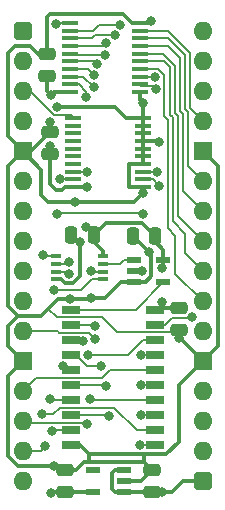
<source format=gtl>
%TF.GenerationSoftware,KiCad,Pcbnew,8.0.4*%
%TF.CreationDate,2024-08-21T10:00:27+02:00*%
%TF.ProjectId,Comparator 10bit,436f6d70-6172-4617-946f-722031306269,V0*%
%TF.SameCoordinates,PX6d01460PY32de760*%
%TF.FileFunction,Copper,L1,Top*%
%TF.FilePolarity,Positive*%
%FSLAX46Y46*%
G04 Gerber Fmt 4.6, Leading zero omitted, Abs format (unit mm)*
G04 Created by KiCad (PCBNEW 8.0.4) date 2024-08-21 10:00:27*
%MOMM*%
%LPD*%
G01*
G04 APERTURE LIST*
G04 Aperture macros list*
%AMRoundRect*
0 Rectangle with rounded corners*
0 $1 Rounding radius*
0 $2 $3 $4 $5 $6 $7 $8 $9 X,Y pos of 4 corners*
0 Add a 4 corners polygon primitive as box body*
4,1,4,$2,$3,$4,$5,$6,$7,$8,$9,$2,$3,0*
0 Add four circle primitives for the rounded corners*
1,1,$1+$1,$2,$3*
1,1,$1+$1,$4,$5*
1,1,$1+$1,$6,$7*
1,1,$1+$1,$8,$9*
0 Add four rect primitives between the rounded corners*
20,1,$1+$1,$2,$3,$4,$5,0*
20,1,$1+$1,$4,$5,$6,$7,0*
20,1,$1+$1,$6,$7,$8,$9,0*
20,1,$1+$1,$8,$9,$2,$3,0*%
G04 Aperture macros list end*
%TA.AperFunction,SMDPad,CuDef*%
%ADD10RoundRect,0.250000X0.475000X-0.250000X0.475000X0.250000X-0.475000X0.250000X-0.475000X-0.250000X0*%
%TD*%
%TA.AperFunction,SMDPad,CuDef*%
%ADD11RoundRect,0.250000X0.250000X0.475000X-0.250000X0.475000X-0.250000X-0.475000X0.250000X-0.475000X0*%
%TD*%
%TA.AperFunction,SMDPad,CuDef*%
%ADD12R,1.475000X0.450000*%
%TD*%
%TA.AperFunction,SMDPad,CuDef*%
%ADD13R,1.250000X0.600000*%
%TD*%
%TA.AperFunction,SMDPad,CuDef*%
%ADD14R,1.550000X0.650000*%
%TD*%
%TA.AperFunction,SMDPad,CuDef*%
%ADD15RoundRect,0.250000X-0.475000X0.250000X-0.475000X-0.250000X0.475000X-0.250000X0.475000X0.250000X0*%
%TD*%
%TA.AperFunction,SMDPad,CuDef*%
%ADD16R,1.150000X0.600000*%
%TD*%
%TA.AperFunction,ComponentPad*%
%ADD17RoundRect,0.400000X-0.400000X-0.400000X0.400000X-0.400000X0.400000X0.400000X-0.400000X0.400000X0*%
%TD*%
%TA.AperFunction,ComponentPad*%
%ADD18O,1.600000X1.600000*%
%TD*%
%TA.AperFunction,ComponentPad*%
%ADD19R,1.600000X1.600000*%
%TD*%
%TA.AperFunction,SMDPad,CuDef*%
%ADD20R,0.950000X0.450000*%
%TD*%
%TA.AperFunction,ViaPad*%
%ADD21C,0.800000*%
%TD*%
%TA.AperFunction,Conductor*%
%ADD22C,0.380000*%
%TD*%
%TA.AperFunction,Conductor*%
%ADD23C,0.200000*%
%TD*%
G04 APERTURE END LIST*
D10*
%TO.P,C11,1*%
%TO.N,/3.3V*%
X2286000Y-10459000D03*
%TO.P,C11,2*%
%TO.N,GND*%
X2286000Y-8559000D03*
%TD*%
%TO.P,C5,1*%
%TO.N,/3.3V*%
X3586000Y-39034000D03*
%TO.P,C5,2*%
%TO.N,GND*%
X3586000Y-37134000D03*
%TD*%
D11*
%TO.P,C2,1*%
%TO.N,/3.3V*%
X11221000Y-17399000D03*
%TO.P,C2,2*%
%TO.N,GND*%
X9321000Y-17399000D03*
%TD*%
D12*
%TO.P,IC6,1,~{OE}*%
%TO.N,GND*%
X9923000Y-5185000D03*
%TO.P,IC6,2,D0*%
%TO.N,D0*%
X9923000Y-4535000D03*
%TO.P,IC6,3,D1*%
%TO.N,D1*%
X9923000Y-3885000D03*
%TO.P,IC6,4,D2*%
%TO.N,D2*%
X9923000Y-3235000D03*
%TO.P,IC6,5,D3*%
%TO.N,D3*%
X9923000Y-2585000D03*
%TO.P,IC6,6,D4*%
%TO.N,D4*%
X9923000Y-1935000D03*
%TO.P,IC6,7,D5*%
%TO.N,D5*%
X9923000Y-1285000D03*
%TO.P,IC6,8,D6*%
%TO.N,D6*%
X9923000Y-635000D03*
%TO.P,IC6,9,D7*%
%TO.N,D7*%
X9923000Y15000D03*
%TO.P,IC6,10,GND*%
%TO.N,GND*%
X9923000Y665000D03*
%TO.P,IC6,11,LE*%
%TO.N,Write A Low*%
X4047000Y665000D03*
%TO.P,IC6,12,Q7*%
%TO.N,/A7*%
X4047000Y15000D03*
%TO.P,IC6,13,Q6*%
%TO.N,/A6*%
X4047000Y-635000D03*
%TO.P,IC6,14,Q5*%
%TO.N,/A5*%
X4047000Y-1285000D03*
%TO.P,IC6,15,Q4*%
%TO.N,/A4*%
X4047000Y-1935000D03*
%TO.P,IC6,16,Q3*%
%TO.N,/A3*%
X4047000Y-2585000D03*
%TO.P,IC6,17,Q2*%
%TO.N,/A2*%
X4047000Y-3235000D03*
%TO.P,IC6,18,Q1*%
%TO.N,/A1*%
X4047000Y-3885000D03*
%TO.P,IC6,19,Q0*%
%TO.N,/A0*%
X4047000Y-4535000D03*
%TO.P,IC6,20,3V*%
%TO.N,/3.3V*%
X4047000Y-5185000D03*
%TD*%
D13*
%TO.P,IC2,1,B*%
%TO.N,/A8\u2295C8*%
X9418000Y-19370000D03*
%TO.P,IC2,2,A*%
%TO.N,/A9\u2295C9*%
X9418000Y-20320000D03*
%TO.P,IC2,3,GND*%
%TO.N,GND*%
X9418000Y-21270000D03*
%TO.P,IC2,4,Y*%
%TO.N,/~{C_{8..9}=A_{8..9}}*%
X11918000Y-21270000D03*
%TO.P,IC2,5,3V*%
%TO.N,/3.3V*%
X11918000Y-19370000D03*
%TD*%
D10*
%TO.P,C4,1*%
%TO.N,5V*%
X10952000Y-39034000D03*
%TO.P,C4,2*%
%TO.N,GND*%
X10952000Y-37134000D03*
%TD*%
D11*
%TO.P,C3,1*%
%TO.N,/3.3V*%
X6034000Y-17272000D03*
%TO.P,C3,2*%
%TO.N,GND*%
X4134000Y-17272000D03*
%TD*%
D14*
%TO.P,IC3,1,~{OE}*%
%TO.N,/~{C_{8..9}=A_{8..9}}*%
X4058000Y-23622000D03*
%TO.P,IC3,2,P0*%
%TO.N,/A0*%
X4058000Y-24892000D03*
%TO.P,IC3,3,Q0*%
%TO.N,C0*%
X4058000Y-26162000D03*
%TO.P,IC3,4,P1*%
%TO.N,/A1*%
X4058000Y-27432000D03*
%TO.P,IC3,5,Q1*%
%TO.N,C1*%
X4058000Y-28702000D03*
%TO.P,IC3,6,P2*%
%TO.N,/A2*%
X4058000Y-29972000D03*
%TO.P,IC3,7,Q2*%
%TO.N,C2*%
X4058000Y-31242000D03*
%TO.P,IC3,8,P3*%
%TO.N,/A3*%
X4058000Y-32512000D03*
%TO.P,IC3,9,Q3*%
%TO.N,C3*%
X4058000Y-33782000D03*
%TO.P,IC3,10,GND*%
%TO.N,GND*%
X4058000Y-35052000D03*
%TO.P,IC3,11,P4*%
%TO.N,/A4*%
X11182000Y-35052000D03*
%TO.P,IC3,12,Q4*%
%TO.N,C4*%
X11182000Y-33782000D03*
%TO.P,IC3,13,P5*%
%TO.N,/A5*%
X11182000Y-32512000D03*
%TO.P,IC3,14,Q5*%
%TO.N,C5*%
X11182000Y-31242000D03*
%TO.P,IC3,15,P6*%
%TO.N,/A6*%
X11182000Y-29972000D03*
%TO.P,IC3,16,Q6*%
%TO.N,C6*%
X11182000Y-28702000D03*
%TO.P,IC3,17,P7*%
%TO.N,/A7*%
X11182000Y-27432000D03*
%TO.P,IC3,18,Q7*%
%TO.N,C7*%
X11182000Y-26162000D03*
%TO.P,IC3,19,~{P=Q}*%
%TO.N,~{C=A}*%
X11182000Y-24892000D03*
%TO.P,IC3,20,5V*%
%TO.N,5V*%
X11182000Y-23622000D03*
%TD*%
D12*
%TO.P,IC4,1,~{OE}*%
%TO.N,GND*%
X10177000Y-13212000D03*
%TO.P,IC4,2,D0*%
%TO.N,D0*%
X10177000Y-12562000D03*
%TO.P,IC4,3,D1*%
%TO.N,D1*%
X10177000Y-11912000D03*
%TO.P,IC4,4,D2*%
%TO.N,GND*%
X10177000Y-11262000D03*
%TO.P,IC4,5,D3*%
X10177000Y-10612000D03*
%TO.P,IC4,6,D4*%
X10177000Y-9962000D03*
%TO.P,IC4,7,D5*%
X10177000Y-9312000D03*
%TO.P,IC4,8,D6*%
X10177000Y-8662000D03*
%TO.P,IC4,9,D7*%
X10177000Y-8012000D03*
%TO.P,IC4,10,GND*%
X10177000Y-7362000D03*
%TO.P,IC4,11,LE*%
%TO.N,Write A High*%
X4301000Y-7362000D03*
%TO.P,IC4,12,Q7*%
%TO.N,unconnected-(IC4-Q7-Pad12)*%
X4301000Y-8012000D03*
%TO.P,IC4,13,Q6*%
%TO.N,unconnected-(IC4-Q6-Pad13)*%
X4301000Y-8662000D03*
%TO.P,IC4,14,Q5*%
%TO.N,unconnected-(IC4-Q5-Pad14)*%
X4301000Y-9312000D03*
%TO.P,IC4,15,Q4*%
%TO.N,unconnected-(IC4-Q4-Pad15)*%
X4301000Y-9962000D03*
%TO.P,IC4,16,Q3*%
%TO.N,unconnected-(IC4-Q3-Pad16)*%
X4301000Y-10612000D03*
%TO.P,IC4,17,Q2*%
%TO.N,unconnected-(IC4-Q2-Pad17)*%
X4301000Y-11262000D03*
%TO.P,IC4,18,Q1*%
%TO.N,/A9*%
X4301000Y-11912000D03*
%TO.P,IC4,19,Q0*%
%TO.N,/A8*%
X4301000Y-12562000D03*
%TO.P,IC4,20,3V*%
%TO.N,/3.3V*%
X4301000Y-13212000D03*
%TD*%
D15*
%TO.P,C12,1*%
%TO.N,5V*%
X13208000Y-23450000D03*
%TO.P,C12,2*%
%TO.N,GND*%
X13208000Y-25350000D03*
%TD*%
D16*
%TO.P,IC5,1,6VIn*%
%TO.N,5V*%
X8569000Y-39050000D03*
%TO.P,IC5,2,GND*%
%TO.N,GND*%
X8569000Y-38100000D03*
%TO.P,IC5,3,EN*%
%TO.N,5V*%
X8569000Y-37150000D03*
%TO.P,IC5,4,ADJ*%
%TO.N,unconnected-(IC5-ADJ-Pad4)*%
X5969000Y-37150000D03*
%TO.P,IC5,5,3.3VOut*%
%TO.N,/3.3V*%
X5969000Y-39050000D03*
%TD*%
D17*
%TO.P,J1,1,Pin_1*%
%TO.N,5V*%
X0Y0D03*
D18*
%TO.P,J1,2,Pin_2*%
%TO.N,unconnected-(J1-Pin_2-Pad2)*%
X0Y-2540000D03*
%TO.P,J1,3,Pin_3*%
%TO.N,Write A High*%
X0Y-5080000D03*
%TO.P,J1,4,Pin_4*%
%TO.N,Write A Low*%
X0Y-7620000D03*
D19*
%TO.P,J1,5,Pin_5*%
%TO.N,GND*%
X0Y-10160000D03*
D18*
%TO.P,J1,6,Pin_6*%
%TO.N,C0*%
X0Y-12700000D03*
%TO.P,J1,7,Pin_7*%
%TO.N,C1*%
X0Y-15240000D03*
%TO.P,J1,8,Pin_8*%
%TO.N,C2*%
X0Y-17780000D03*
%TO.P,J1,9,Pin_9*%
%TO.N,C3*%
X0Y-20320000D03*
%TO.P,J1,10,Pin_10*%
%TO.N,C4*%
X0Y-22860000D03*
%TO.P,J1,11,Pin_11*%
%TO.N,C5*%
X0Y-25400000D03*
D19*
%TO.P,J1,12,Pin_12*%
%TO.N,GND*%
X0Y-27940000D03*
D18*
%TO.P,J1,13,Pin_13*%
%TO.N,C6*%
X0Y-30480000D03*
%TO.P,J1,14,Pin_14*%
%TO.N,C7*%
X0Y-33020000D03*
%TO.P,J1,15,Pin_15*%
%TO.N,C8*%
X0Y-35560000D03*
%TO.P,J1,16,Pin_16*%
%TO.N,C9*%
X0Y-38100000D03*
D17*
%TO.P,J1,17,Pin_17*%
%TO.N,5V*%
X15240000Y-38100000D03*
D18*
%TO.P,J1,18,Pin_18*%
%TO.N,unconnected-(J1-Pin_18-Pad18)*%
X15240000Y-35560000D03*
%TO.P,J1,19,Pin_19*%
%TO.N,unconnected-(J1-Pin_19-Pad19)*%
X15240000Y-33020000D03*
%TO.P,J1,20,Pin_20*%
%TO.N,D0*%
X15240000Y-30480000D03*
D19*
%TO.P,J1,21,Pin_21*%
%TO.N,GND*%
X15240000Y-27940000D03*
D18*
%TO.P,J1,22,Pin_22*%
%TO.N,D1*%
X15240000Y-25400000D03*
%TO.P,J1,23,Pin_23*%
%TO.N,D2*%
X15240000Y-22860000D03*
%TO.P,J1,24,Pin_24*%
%TO.N,D3*%
X15240000Y-20320000D03*
%TO.P,J1,25,Pin_25*%
%TO.N,D4*%
X15240000Y-17780000D03*
%TO.P,J1,26,Pin_26*%
%TO.N,D5*%
X15240000Y-15240000D03*
%TO.P,J1,27,Pin_27*%
%TO.N,D6*%
X15240000Y-12700000D03*
D19*
%TO.P,J1,28,Pin_28*%
%TO.N,GND*%
X15240000Y-10160000D03*
D18*
%TO.P,J1,29,Pin_29*%
%TO.N,D7*%
X15240000Y-7620000D03*
%TO.P,J1,30,Pin_30*%
%TO.N,unconnected-(J1-Pin_30-Pad30)*%
X15240000Y-5080000D03*
%TO.P,J1,31,Pin_31*%
%TO.N,~{C=A}*%
X15240000Y-2540000D03*
%TO.P,J1,32,Pin_32*%
%TO.N,unconnected-(J1-Pin_32-Pad32)*%
X15240000Y0D03*
%TD*%
D20*
%TO.P,IC1,1,1A*%
%TO.N,C8*%
X2851000Y-19091000D03*
%TO.P,IC1,2,1B*%
%TO.N,/A8*%
X2851000Y-19741000D03*
%TO.P,IC1,3,2Y*%
%TO.N,/A9\u2295C9*%
X2851000Y-20391000D03*
%TO.P,IC1,4,GND*%
%TO.N,GND*%
X2851000Y-21041000D03*
%TO.P,IC1,5,2A*%
%TO.N,C9*%
X6801000Y-21041000D03*
%TO.P,IC1,6,2B*%
%TO.N,/A9*%
X6801000Y-20391000D03*
%TO.P,IC1,7,1Y*%
%TO.N,/A8\u2295C8*%
X6801000Y-19741000D03*
%TO.P,IC1,8,VCC*%
%TO.N,/3.3V*%
X6801000Y-19091000D03*
%TD*%
D10*
%TO.P,C1,1*%
%TO.N,/3.3V*%
X2032000Y-3855000D03*
%TO.P,C1,2*%
%TO.N,GND*%
X2032000Y-1955000D03*
%TD*%
D21*
%TO.N,GND*%
X10160000Y-6095994D03*
%TO.N,5V*%
X11811000Y-39034000D03*
X11811000Y-22986990D03*
%TO.N,GND*%
X5824695Y-22606000D03*
X13208000Y-26034998D03*
X4052802Y-22680698D03*
X4826000Y-17906519D03*
X4445483Y-14447300D03*
X10160000Y-13716000D03*
X10858500Y825500D03*
X2667000Y-36830000D03*
X10668000Y-18746000D03*
X2952774Y-6459561D03*
X11569000Y-9398000D03*
X2284877Y-7748761D03*
%TO.N,/3.3V*%
X5424694Y-13246189D03*
X2413000Y-39116000D03*
X2286026Y-9779000D03*
X2413000Y-5461000D03*
X5361188Y-16609800D03*
X11810998Y-20065998D03*
%TO.N,D1*%
X11188896Y-3935000D03*
X11400731Y-11967269D03*
%TO.N,D0*%
X11303000Y-4953000D03*
X11540756Y-13097244D03*
%TO.N,C8*%
X1905000Y-35179000D03*
X1708998Y-18999049D03*
%TO.N,/A8*%
X3139972Y-12562001D03*
X3937000Y-19558000D03*
%TO.N,C9*%
X2648484Y-21949244D03*
%TO.N,/A9*%
X5462028Y-11911998D03*
X5806505Y-20332391D03*
%TO.N,/A0*%
X6154000Y-25007000D03*
X5395358Y-5553914D03*
%TO.N,C0*%
X5097396Y-26271602D03*
%TO.N,/A1*%
X6006668Y-4762520D03*
X6624695Y-28382347D03*
%TO.N,C1*%
X3400002Y-28356502D03*
%TO.N,/A2*%
X6023907Y-3762666D03*
X7018256Y-30035248D03*
%TO.N,C2*%
X2336105Y-31171204D03*
%TO.N,/A3*%
X7301000Y-32587000D03*
X6275011Y-2794704D03*
%TO.N,C3*%
X2504127Y-33892773D03*
%TO.N,/A4*%
X6940957Y-2048702D03*
X9905994Y-35052000D03*
%TO.N,C4*%
X1651000Y-32466000D03*
%TO.N,/A5*%
X10033000Y-32512000D03*
X7054319Y-1055146D03*
%TO.N,C5*%
X5676345Y-31187000D03*
X6164034Y-26056954D03*
%TO.N,/A6*%
X7781380Y-355146D03*
X10033004Y-29972000D03*
%TO.N,/A7*%
X10018394Y-27417398D03*
X8273240Y515531D03*
%TO.N,C7*%
X5558097Y-27469044D03*
X5435417Y-33287000D03*
%TO.N,~{C=A}*%
X14351000Y-24235544D03*
%TO.N,Write A Low*%
X2822000Y607000D03*
%TO.N,/A9\u2295C9*%
X10113000Y-20358306D03*
X10160000Y-15493996D03*
X3909635Y-20557630D03*
X2921000Y-15494000D03*
%TD*%
D22*
%TO.N,/3.3V*%
X7022000Y-16284000D02*
X10106000Y-16284000D01*
X6034000Y-17272000D02*
X7022000Y-16284000D01*
X5390505Y-13212000D02*
X4301000Y-13212000D01*
X5424694Y-13246189D02*
X5390505Y-13212000D01*
X3607202Y-13212000D02*
X4301000Y-13212000D01*
X3357176Y-13462026D02*
X3607202Y-13212000D01*
X2286026Y-12954000D02*
X2794052Y-13462026D01*
X2794052Y-13462026D02*
X3357176Y-13462026D01*
X2286026Y-9779000D02*
X2286026Y-12954000D01*
D23*
%TO.N,/A8*%
X3139973Y-12562000D02*
X4301000Y-12562000D01*
X3139972Y-12562001D02*
X3139973Y-12562000D01*
D22*
%TO.N,GND*%
X4826000Y-20758494D02*
X4826000Y-17906519D01*
X3582406Y-21347630D02*
X4236864Y-21347630D01*
X2851000Y-21041000D02*
X3275776Y-21041000D01*
X4768519Y-17906519D02*
X4826000Y-17906519D01*
X4236864Y-21347630D02*
X4826000Y-20758494D01*
X4134000Y-17272000D02*
X4768519Y-17906519D01*
X3275776Y-21041000D02*
X3582406Y-21347630D01*
X13208000Y-26034998D02*
X13208000Y-25350000D01*
X13208000Y-29972000D02*
X13208000Y-34798000D01*
X15240000Y-27940000D02*
X13208000Y-29972000D01*
X13334998Y-26034998D02*
X13208000Y-26034998D01*
X15240000Y-27940000D02*
X13334998Y-26034998D01*
D23*
%TO.N,D6*%
X13970000Y-11430000D02*
X15240000Y-12700000D01*
X13740000Y-2056000D02*
X13740000Y-6651259D01*
X13970000Y-6881259D02*
X13970000Y-11430000D01*
X12319000Y-635000D02*
X13740000Y-2056000D01*
X9923000Y-635000D02*
X12319000Y-635000D01*
X13740000Y-6651259D02*
X13970000Y-6881259D01*
%TO.N,D2*%
X12003000Y-3759154D02*
X11478846Y-3235000D01*
X12300000Y-7536000D02*
X12003000Y-7239000D01*
X12940000Y-17350343D02*
X12300000Y-16710343D01*
X11478846Y-3235000D02*
X9923000Y-3235000D01*
X12940000Y-20560000D02*
X12940000Y-17350343D01*
X12300000Y-16710343D02*
X12300000Y-7536000D01*
X15240000Y-22860000D02*
X12940000Y-20560000D01*
X12003000Y-7239000D02*
X12003000Y-3759154D01*
%TO.N,D5*%
X13570000Y-13570000D02*
X15240000Y-15240000D01*
X13340000Y-6816945D02*
X13570000Y-7046945D01*
X12334000Y-1285000D02*
X13340000Y-2291000D01*
X13340000Y-2291000D02*
X13340000Y-6816945D01*
X9923000Y-1285000D02*
X12334000Y-1285000D01*
X13570000Y-7046945D02*
X13570000Y-13570000D01*
%TO.N,D4*%
X13170000Y-15710000D02*
X15240000Y-17780000D01*
X12940000Y-2976315D02*
X12940000Y-6982631D01*
X12940000Y-6982631D02*
X13170000Y-7212631D01*
X11898685Y-1935000D02*
X12940000Y-2976315D01*
X9923000Y-1935000D02*
X11898685Y-1935000D01*
X13170000Y-7212631D02*
X13170000Y-15710000D01*
%TO.N,D3*%
X13735000Y-18815000D02*
X15240000Y-20320000D01*
X13735000Y-17164000D02*
X13735000Y-18815000D01*
X12700000Y-16129000D02*
X13735000Y-17164000D01*
X12700000Y-7308316D02*
X12700000Y-16129000D01*
X12484685Y-3086685D02*
X12484685Y-7093001D01*
X11983000Y-2585000D02*
X12484685Y-3086685D01*
X9923000Y-2585000D02*
X11983000Y-2585000D01*
X12484685Y-7093001D02*
X12700000Y-7308316D01*
D22*
%TO.N,5V*%
X11856000Y-23450000D02*
X11811000Y-23495000D01*
X13208000Y-23450000D02*
X11856000Y-23450000D01*
X11811000Y-23495000D02*
X11811000Y-22986990D01*
X12655000Y-39034000D02*
X11811000Y-39034000D01*
X13589000Y-38100000D02*
X12655000Y-39034000D01*
X15240000Y-38100000D02*
X13589000Y-38100000D01*
X10952000Y-39034000D02*
X11811000Y-39034000D01*
%TO.N,GND*%
X8509000Y1397000D02*
X9241000Y665000D01*
X9241000Y665000D02*
X9923000Y665000D01*
X2286000Y1397000D02*
X8509000Y1397000D01*
X2032000Y1143000D02*
X2286000Y1397000D01*
X2032000Y-1955000D02*
X2032000Y1143000D01*
X1320000Y-1955000D02*
X2032000Y-1955000D01*
X635000Y-1270000D02*
X1320000Y-1955000D01*
X-1270000Y-1905000D02*
X-635000Y-1270000D01*
X-1270000Y-8890000D02*
X-1270000Y-1905000D01*
X0Y-10160000D02*
X-1270000Y-8890000D01*
X-635000Y-1270000D02*
X635000Y-1270000D01*
X10177000Y-7362000D02*
X10177000Y-6112994D01*
X10177000Y-6112994D02*
X10160000Y-6095994D01*
X9923000Y-5858994D02*
X10160000Y-6095994D01*
X9923000Y-5185000D02*
X9923000Y-5858994D01*
X5625000Y-36423000D02*
X5588000Y-36460000D01*
X5625000Y-35851000D02*
X5625000Y-36423000D01*
X5196000Y-36460000D02*
X5588000Y-36460000D01*
X5588000Y-36460000D02*
X10278000Y-36460000D01*
X5625000Y-35851000D02*
X10278000Y-35851000D01*
X4826000Y-35052000D02*
X5625000Y-35851000D01*
X4058000Y-35052000D02*
X4826000Y-35052000D01*
X10278000Y-35851000D02*
X10287000Y-35842000D01*
X10278000Y-36460000D02*
X10278000Y-35851000D01*
X10287000Y-35842000D02*
X12164000Y-35842000D01*
X12164000Y-35842000D02*
X13208000Y-34798000D01*
D23*
%TO.N,/A4*%
X11182000Y-35052000D02*
X9905994Y-35052000D01*
%TO.N,/A5*%
X11182000Y-32512000D02*
X10033000Y-32512000D01*
%TO.N,/A6*%
X11182000Y-29972000D02*
X10033004Y-29972000D01*
%TO.N,C6*%
X7366000Y-28702000D02*
X11182000Y-28702000D01*
X6721581Y-29346419D02*
X7366000Y-28702000D01*
X0Y-30480000D02*
X1133581Y-29346419D01*
X1133581Y-29346419D02*
X6721581Y-29346419D01*
%TO.N,/A2*%
X6955008Y-29972000D02*
X7018256Y-30035248D01*
X4058000Y-29972000D02*
X6955008Y-29972000D01*
%TO.N,/A1*%
X5438347Y-28382347D02*
X6624695Y-28382347D01*
X4488000Y-27432000D02*
X5438347Y-28382347D01*
%TO.N,GND*%
X2921000Y-24257000D02*
X2189479Y-23525479D01*
X7991000Y-25517000D02*
X6731000Y-24257000D01*
X13041000Y-25517000D02*
X7991000Y-25517000D01*
X6731000Y-24257000D02*
X2921000Y-24257000D01*
%TO.N,C5*%
X5644080Y-25537000D02*
X6164034Y-26056954D01*
X3100000Y-25537000D02*
X5644080Y-25537000D01*
X2963000Y-25400000D02*
X3100000Y-25537000D01*
X0Y-25400000D02*
X2963000Y-25400000D01*
%TO.N,/A0*%
X6039000Y-24892000D02*
X6154000Y-25007000D01*
X4058000Y-24892000D02*
X6039000Y-24892000D01*
%TO.N,C0*%
X4987794Y-26162000D02*
X5097396Y-26271602D01*
X4058000Y-26162000D02*
X4987794Y-26162000D01*
%TO.N,C7*%
X10207000Y-26162000D02*
X8899956Y-27469044D01*
X11182000Y-26162000D02*
X10207000Y-26162000D01*
%TO.N,/~{C_{8..9}=A_{8..9}}*%
X9585000Y-23603000D02*
X11918000Y-21270000D01*
%TO.N,C7*%
X8899956Y-27469044D02*
X5558097Y-27469044D01*
%TO.N,/~{C_{8..9}=A_{8..9}}*%
X4077000Y-23603000D02*
X9585000Y-23603000D01*
D22*
%TO.N,GND*%
X10278000Y-36460000D02*
X10952000Y-37134000D01*
X4522000Y-37134000D02*
X5196000Y-36460000D01*
X3586000Y-37134000D02*
X4522000Y-37134000D01*
X-412915Y-36830000D02*
X2667000Y-36830000D01*
X-1270000Y-35972915D02*
X-412915Y-36830000D01*
X-1270000Y-29210000D02*
X-1270000Y-35972915D01*
X0Y-27940000D02*
X-1270000Y-29210000D01*
X-1270000Y-26670000D02*
X0Y-27940000D01*
X-1270000Y-24987085D02*
X-1270000Y-26670000D01*
X-412915Y-24130000D02*
X-1270000Y-24987085D01*
X-1270000Y-11430000D02*
X0Y-10160000D01*
X-1270000Y-23272915D02*
X-1270000Y-11430000D01*
X-412915Y-24130000D02*
X-1270000Y-23272915D01*
X3034260Y-22680698D02*
X4052802Y-22680698D01*
X1584958Y-24130000D02*
X3034260Y-22680698D01*
X-412915Y-24130000D02*
X1584958Y-24130000D01*
X4445483Y-14447300D02*
X9428700Y-14447300D01*
X10177000Y-13699000D02*
X10160000Y-13716000D01*
X9428700Y-14447300D02*
X10160000Y-13716000D01*
X10177000Y-13212000D02*
X10177000Y-13699000D01*
X16510000Y-26670000D02*
X15240000Y-27940000D01*
X16510000Y-11430000D02*
X16510000Y-26670000D01*
X15240000Y-10160000D02*
X16510000Y-11430000D01*
%TO.N,5V*%
X8569000Y-39050000D02*
X7864000Y-39050000D01*
X7604000Y-38790000D02*
X7604000Y-37410000D01*
X8569000Y-39050000D02*
X10936000Y-39050000D01*
X7604000Y-37410000D02*
X7864000Y-37150000D01*
X7864000Y-37150000D02*
X8569000Y-37150000D01*
X7864000Y-39050000D02*
X7604000Y-38790000D01*
%TO.N,GND*%
X6985000Y-22606000D02*
X5824695Y-22606000D01*
X10177000Y-10612000D02*
X10177000Y-9962000D01*
X0Y-10160000D02*
X685000Y-10160000D01*
X2286000Y-8559000D02*
X2286000Y-7749884D01*
X10668000Y-18746000D02*
X10903000Y-18981000D01*
X8321000Y-21270000D02*
X6985000Y-22606000D01*
X10952000Y-37134000D02*
X9986000Y-38100000D01*
X2286000Y-7749884D02*
X2284877Y-7748761D01*
X10177000Y-13212000D02*
X9059500Y-13212000D01*
X9049500Y-13202000D02*
X9049500Y-11297000D01*
X1579000Y-13898000D02*
X2128300Y-14447300D01*
X10177000Y-8012000D02*
X10177000Y-7362000D01*
X9923000Y665000D02*
X10698000Y665000D01*
X9059500Y-13212000D02*
X9049500Y-13202000D01*
X10177000Y-8662000D02*
X10177000Y-8012000D01*
X9084500Y-11262000D02*
X10177000Y-11262000D01*
X10177000Y-9962000D02*
X10177000Y-9312000D01*
X10903000Y-18981000D02*
X10903000Y-20790000D01*
X4052802Y-22680698D02*
X5749997Y-22680698D01*
X685000Y-10160000D02*
X2286000Y-8559000D01*
X10903000Y-20790000D02*
X10423000Y-21270000D01*
X9418000Y-21270000D02*
X8321000Y-21270000D01*
X10177000Y-9312000D02*
X10177000Y-8662000D01*
X9664500Y-7362000D02*
X8759000Y-7362000D01*
X8759000Y-7362000D02*
X7856561Y-6459561D01*
X10177000Y-9312000D02*
X11483000Y-9312000D01*
X10698000Y665000D02*
X10858500Y825500D01*
X2128300Y-14447300D02*
X4445483Y-14447300D01*
X7856561Y-6459561D02*
X2952774Y-6459561D01*
X10668000Y-18746000D02*
X9321000Y-17399000D01*
X10177000Y-11262000D02*
X10177000Y-10612000D01*
X3128000Y-36830000D02*
X2667000Y-36830000D01*
X0Y-10160000D02*
X1579000Y-11739000D01*
X11483000Y-9312000D02*
X11569000Y-9398000D01*
X9986000Y-38100000D02*
X8569000Y-38100000D01*
X9049500Y-11297000D02*
X9084500Y-11262000D01*
X10423000Y-21270000D02*
X9418000Y-21270000D01*
X5749997Y-22680698D02*
X5824695Y-22606000D01*
X1579000Y-11739000D02*
X1579000Y-13898000D01*
%TO.N,/3.3V*%
X4047000Y-5185000D02*
X2689000Y-5185000D01*
X2032000Y-3855000D02*
X2032000Y-5080000D01*
X2689000Y-5185000D02*
X2413000Y-5461000D01*
X2286000Y-9779026D02*
X2286026Y-9779000D01*
X2495000Y-39034000D02*
X2413000Y-39116000D01*
X2032000Y-5080000D02*
X2413000Y-5461000D01*
X6801000Y-18612000D02*
X6801000Y-19091000D01*
X10106000Y-16284000D02*
X11221000Y-17399000D01*
X11221000Y-17825000D02*
X11918000Y-18522000D01*
X3586000Y-39034000D02*
X5953000Y-39034000D01*
X6023388Y-17272000D02*
X5361188Y-16609800D01*
X2286000Y-10459000D02*
X2286000Y-9779026D01*
X3586000Y-39034000D02*
X2495000Y-39034000D01*
X11918000Y-19958996D02*
X11810998Y-20065998D01*
X6034000Y-17845000D02*
X6801000Y-18612000D01*
X11918000Y-18522000D02*
X11918000Y-19370000D01*
X6034000Y-17272000D02*
X6034000Y-17845000D01*
X11918000Y-19370000D02*
X11918000Y-19958996D01*
D23*
%TO.N,D1*%
X10177000Y-11912000D02*
X11345462Y-11912000D01*
X9923000Y-3885000D02*
X11138896Y-3885000D01*
X11138896Y-3885000D02*
X11188896Y-3935000D01*
X11345462Y-11912000D02*
X11400731Y-11967269D01*
%TO.N,D0*%
X10177000Y-12562000D02*
X11005512Y-12562000D01*
X11005512Y-12562000D02*
X11540756Y-13097244D01*
X10023000Y-4635000D02*
X10985000Y-4635000D01*
X10985000Y-4635000D02*
X11303000Y-4953000D01*
%TO.N,D7*%
X12267750Y15000D02*
X14140000Y-1857250D01*
X9923000Y15000D02*
X12267750Y15000D01*
X14140000Y-6485574D02*
X15240000Y-7585574D01*
X14140000Y-1857250D02*
X14140000Y-6485574D01*
%TO.N,C8*%
X0Y-35560000D02*
X1524000Y-35560000D01*
X1800949Y-19091000D02*
X1708998Y-18999049D01*
X1524000Y-35560000D02*
X1905000Y-35179000D01*
X2851000Y-19091000D02*
X1800949Y-19091000D01*
%TO.N,/A8*%
X2851000Y-19741000D02*
X3754000Y-19741000D01*
X3754000Y-19741000D02*
X3937000Y-19558000D01*
%TO.N,C9*%
X4974756Y-21949244D02*
X2648484Y-21949244D01*
X6801000Y-21041000D02*
X5883000Y-21041000D01*
X5883000Y-21041000D02*
X4974756Y-21949244D01*
%TO.N,/A9*%
X5462028Y-11911998D02*
X5462026Y-11912000D01*
X6801000Y-20391000D02*
X5865114Y-20391000D01*
X5865114Y-20391000D02*
X5806505Y-20332391D01*
X5462026Y-11912000D02*
X4301000Y-11912000D01*
%TO.N,/A0*%
X5395358Y-5141160D02*
X5395358Y-5553914D01*
X4047000Y-4535000D02*
X4789198Y-4535000D01*
X4789198Y-4535000D02*
X5395358Y-5141160D01*
%TO.N,/A1*%
X4047000Y-3885000D02*
X5129148Y-3885000D01*
X5129148Y-3885000D02*
X6006668Y-4762520D01*
%TO.N,C1*%
X3712502Y-28356502D02*
X3400002Y-28356502D01*
X4058000Y-28702000D02*
X3712502Y-28356502D01*
%TO.N,/A2*%
X5496241Y-3235000D02*
X6023907Y-3762666D01*
X4047000Y-3235000D02*
X5496241Y-3235000D01*
%TO.N,C2*%
X2406901Y-31242000D02*
X2336105Y-31171204D01*
X4058000Y-31242000D02*
X2406901Y-31242000D01*
%TO.N,/A3*%
X4047000Y-2585000D02*
X6065307Y-2585000D01*
X7226000Y-32512000D02*
X7301000Y-32587000D01*
X4058000Y-32512000D02*
X7226000Y-32512000D01*
X6065307Y-2585000D02*
X6275011Y-2794704D01*
%TO.N,C3*%
X4058000Y-33782000D02*
X2614900Y-33782000D01*
X2614900Y-33782000D02*
X2504127Y-33892773D01*
%TO.N,/A4*%
X4160702Y-2048702D02*
X6940957Y-2048702D01*
%TO.N,C4*%
X7757000Y-31887000D02*
X3138950Y-31887000D01*
X2559950Y-32466000D02*
X1651000Y-32466000D01*
X9652000Y-33782000D02*
X7757000Y-31887000D01*
X11182000Y-33782000D02*
X9652000Y-33782000D01*
X3138950Y-31887000D02*
X2559950Y-32466000D01*
%TO.N,/A5*%
X6824465Y-1285000D02*
X7054319Y-1055146D01*
X4047000Y-1285000D02*
X6824465Y-1285000D01*
%TO.N,C5*%
X11182000Y-31242000D02*
X5731345Y-31242000D01*
X5731345Y-31242000D02*
X5676345Y-31187000D01*
%TO.N,/A6*%
X4047000Y-635000D02*
X5842000Y-635000D01*
X5842000Y-635000D02*
X6121854Y-355146D01*
X6121854Y-355146D02*
X7781380Y-355146D01*
%TO.N,/A7*%
X5926314Y15000D02*
X6426845Y515531D01*
X10032996Y-27432000D02*
X10018394Y-27417398D01*
X11182000Y-27432000D02*
X10032996Y-27432000D01*
X6426845Y515531D02*
X8273240Y515531D01*
X4047000Y15000D02*
X5926314Y15000D01*
%TO.N,C7*%
X2425635Y-33166000D02*
X146000Y-33166000D01*
X5305417Y-33157000D02*
X2434635Y-33157000D01*
X2434635Y-33157000D02*
X2425635Y-33166000D01*
X5435417Y-33287000D02*
X5305417Y-33157000D01*
%TO.N,~{C=A}*%
X12659390Y-24297610D02*
X14288934Y-24297610D01*
X11182000Y-24892000D02*
X12065000Y-24892000D01*
X12065000Y-24892000D02*
X12659390Y-24297610D01*
X14288934Y-24297610D02*
X14351000Y-24235544D01*
%TO.N,Write A High*%
X583263Y-5080000D02*
X2662824Y-7159561D01*
X4098561Y-7159561D02*
X4301000Y-7362000D01*
X2662824Y-7159561D02*
X4098561Y-7159561D01*
%TO.N,Write A Low*%
X4047000Y665000D02*
X2880000Y665000D01*
X2880000Y665000D02*
X2822000Y607000D01*
%TO.N,/A9\u2295C9*%
X2851000Y-20391000D02*
X3743005Y-20391000D01*
X9418000Y-20320000D02*
X10074694Y-20320000D01*
X10074694Y-20320000D02*
X10113000Y-20358306D01*
X3743005Y-20391000D02*
X3909635Y-20557630D01*
X2967820Y-15447180D02*
X2921000Y-15494000D01*
X10113184Y-15447180D02*
X2967820Y-15447180D01*
X10160000Y-15493996D02*
X10113184Y-15447180D01*
%TO.N,/A8\u2295C8*%
X8222000Y-19741000D02*
X6801000Y-19741000D01*
X8593000Y-19370000D02*
X8222000Y-19741000D01*
X9418000Y-19370000D02*
X8593000Y-19370000D01*
%TD*%
M02*

</source>
